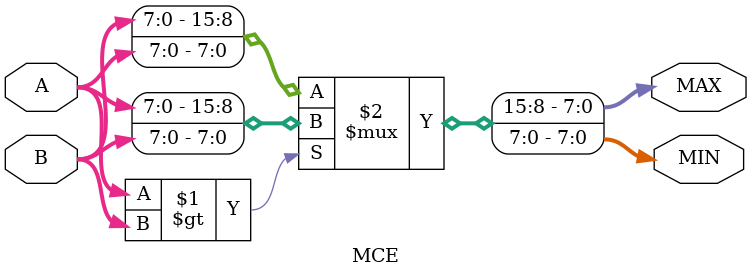
<source format=sv>
module MCE #(parameter SIZE = 8)(
	input [SIZE-1:0]A,
	input [SIZE-1:0]B,
	output [SIZE-1:0]MAX,
	output [SIZE-1:0]MIN
	);

assign {MAX,MIN} = (A>B)?{A,B}:{B,A};

endmodule

</source>
